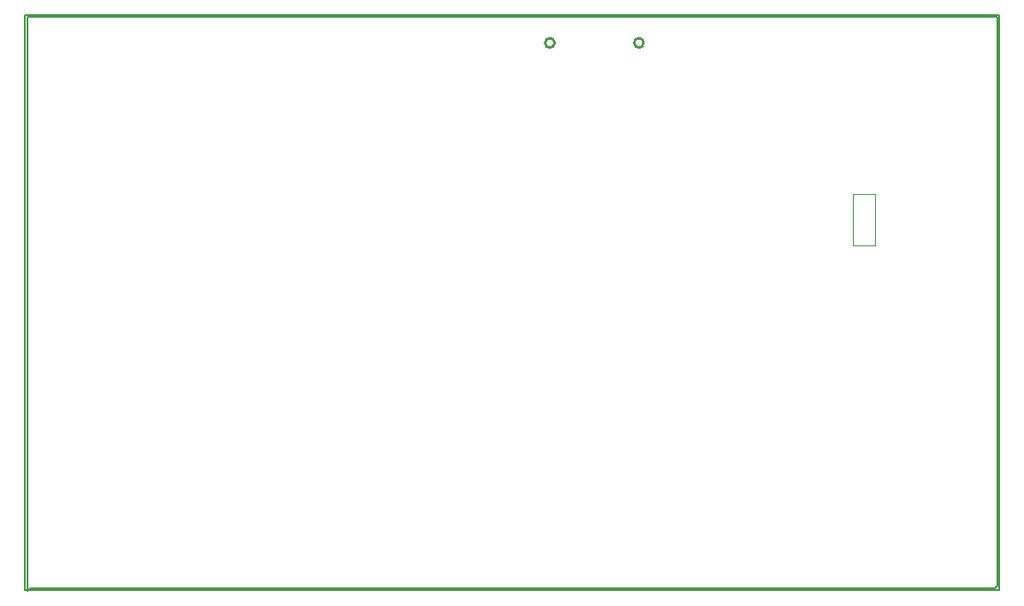
<source format=gko>
%FSLAX25Y25*%
%MOIN*%
G70*
G01*
G75*
G04 Layer_Color=16711935*
%ADD10C,0.02000*%
%ADD11R,0.07874X0.07874*%
%ADD12R,0.03347X0.02756*%
%ADD13R,0.02756X0.08268*%
%ADD14R,0.02559X0.04843*%
%ADD15R,0.19685X0.05118*%
%ADD16R,0.04724X0.09843*%
%ADD17R,0.09843X0.05906*%
%ADD18O,0.01378X0.06890*%
%ADD19R,0.01378X0.01181*%
%ADD20R,0.01378X0.00984*%
%ADD21R,0.01181X0.01181*%
%ADD22O,0.04724X0.00984*%
%ADD23R,0.04724X0.01772*%
%ADD24O,0.04724X0.01772*%
%ADD25O,0.00984X0.04724*%
%ADD26O,0.01772X0.04724*%
%ADD27R,0.07480X0.05512*%
%ADD28R,0.05315X0.01654*%
%ADD29R,0.03937X0.03150*%
%ADD30R,0.03150X0.03937*%
%ADD31R,0.09843X0.11811*%
%ADD32O,0.07087X0.02362*%
%ADD33O,0.02362X0.07087*%
%ADD34O,0.03543X0.01969*%
%ADD35R,0.03543X0.01969*%
%ADD36O,0.03543X0.01969*%
%ADD37R,0.01575X0.03347*%
%ADD38R,0.03937X0.02362*%
%ADD39R,0.02756X0.03347*%
G04:AMPARAMS|DCode=40|XSize=35.43mil|YSize=157.48mil|CornerRadius=1.77mil|HoleSize=0mil|Usage=FLASHONLY|Rotation=0.000|XOffset=0mil|YOffset=0mil|HoleType=Round|Shape=RoundedRectangle|*
%AMROUNDEDRECTD40*
21,1,0.03543,0.15394,0,0,0.0*
21,1,0.03189,0.15748,0,0,0.0*
1,1,0.00354,0.01595,-0.07697*
1,1,0.00354,-0.01595,-0.07697*
1,1,0.00354,-0.01595,0.07697*
1,1,0.00354,0.01595,0.07697*
%
%ADD40ROUNDEDRECTD40*%
%ADD41R,0.05906X0.03937*%
%ADD42R,0.05118X0.19685*%
%ADD43R,0.03937X0.05906*%
%ADD44C,0.04000*%
%ADD45C,0.01000*%
%ADD46C,0.01500*%
%ADD47C,0.00800*%
%ADD48C,0.03000*%
%ADD49C,0.07000*%
%ADD50R,0.16830X0.03653*%
%ADD51C,0.00500*%
%ADD52C,0.05906*%
%ADD53R,0.05906X0.05906*%
%ADD54C,0.11811*%
%ADD55O,0.07874X0.15748*%
%ADD56C,0.03228*%
%ADD57R,0.05906X0.05906*%
%ADD58C,0.07874*%
%ADD59R,0.07874X0.07874*%
%ADD60O,0.11811X0.07874*%
%ADD61R,0.11811X0.07874*%
G04:AMPARAMS|DCode=62|XSize=51.18mil|YSize=173.23mil|CornerRadius=2.56mil|HoleSize=0mil|Usage=FLASHONLY|Rotation=0.000|XOffset=0mil|YOffset=0mil|HoleType=Round|Shape=RoundedRectangle|*
%AMROUNDEDRECTD62*
21,1,0.05118,0.16811,0,0,0.0*
21,1,0.04606,0.17323,0,0,0.0*
1,1,0.00512,0.02303,-0.08406*
1,1,0.00512,-0.02303,-0.08406*
1,1,0.00512,-0.02303,0.08406*
1,1,0.00512,0.02303,0.08406*
%
%ADD62ROUNDEDRECTD62*%
%ADD63C,0.03000*%
%ADD64C,0.04000*%
%ADD65C,0.02000*%
%ADD66C,0.06000*%
%ADD67R,0.03937X0.07087*%
%ADD68R,0.11811X0.08661*%
%ADD69C,0.00984*%
%ADD70C,0.02362*%
%ADD71C,0.00787*%
%ADD72C,0.00300*%
%ADD73C,0.00400*%
%ADD74C,0.00493*%
%ADD75C,0.00700*%
%ADD76R,0.08674X0.08674*%
%ADD77R,0.04147X0.03556*%
%ADD78R,0.03556X0.09068*%
%ADD79R,0.03359X0.05643*%
%ADD80R,0.20485X0.05918*%
%ADD81R,0.05524X0.10642*%
%ADD82R,0.10642X0.06706*%
%ADD83O,0.02178X0.07690*%
%ADD84R,0.02178X0.01981*%
%ADD85R,0.02178X0.01784*%
%ADD86R,0.01981X0.01981*%
%ADD87O,0.05524X0.01784*%
%ADD88R,0.05524X0.02572*%
%ADD89O,0.05524X0.02572*%
%ADD90O,0.01784X0.05524*%
%ADD91O,0.02572X0.05524*%
%ADD92R,0.08280X0.06312*%
%ADD93R,0.06115X0.02454*%
%ADD94R,0.04737X0.03950*%
%ADD95R,0.03950X0.04737*%
%ADD96R,0.10642X0.12611*%
%ADD97O,0.07887X0.03162*%
%ADD98O,0.03162X0.07887*%
%ADD99O,0.04343X0.02769*%
%ADD100R,0.04343X0.02769*%
%ADD101O,0.04343X0.02769*%
%ADD102R,0.02375X0.04147*%
%ADD103R,0.04737X0.03162*%
%ADD104R,0.03556X0.04147*%
G04:AMPARAMS|DCode=105|XSize=39.37mil|YSize=161.42mil|CornerRadius=1.97mil|HoleSize=0mil|Usage=FLASHONLY|Rotation=0.000|XOffset=0mil|YOffset=0mil|HoleType=Round|Shape=RoundedRectangle|*
%AMROUNDEDRECTD105*
21,1,0.03937,0.15748,0,0,0.0*
21,1,0.03543,0.16142,0,0,0.0*
1,1,0.00394,0.01772,-0.07874*
1,1,0.00394,-0.01772,-0.07874*
1,1,0.00394,-0.01772,0.07874*
1,1,0.00394,0.01772,0.07874*
%
%ADD105ROUNDEDRECTD105*%
%ADD106R,0.06706X0.04737*%
%ADD107R,0.05918X0.20485*%
%ADD108R,0.04737X0.06706*%
%ADD109C,0.06706*%
%ADD110R,0.06706X0.06706*%
%ADD111C,0.12611*%
%ADD112O,0.08674X0.16548*%
%ADD113C,0.04028*%
%ADD114R,0.06706X0.06706*%
%ADD115C,0.08674*%
%ADD116R,0.08674X0.08674*%
%ADD117O,0.12611X0.08674*%
%ADD118R,0.12611X0.08674*%
G04:AMPARAMS|DCode=119|XSize=55.12mil|YSize=177.16mil|CornerRadius=2.76mil|HoleSize=0mil|Usage=FLASHONLY|Rotation=0.000|XOffset=0mil|YOffset=0mil|HoleType=Round|Shape=RoundedRectangle|*
%AMROUNDEDRECTD119*
21,1,0.05512,0.17165,0,0,0.0*
21,1,0.04961,0.17716,0,0,0.0*
1,1,0.00551,0.02480,-0.08583*
1,1,0.00551,-0.02480,-0.08583*
1,1,0.00551,-0.02480,0.08583*
1,1,0.00551,0.02480,0.08583*
%
%ADD119ROUNDEDRECTD119*%
%ADD120R,0.04737X0.07887*%
%ADD121R,0.12611X0.09461*%
%ADD122R,0.11811X0.01575*%
D45*
X193037Y6781D02*
G03*
X193037Y6781I-1772J0D01*
G01*
X159572D02*
G03*
X159572Y6781I-1772J0D01*
G01*
D51*
X-38600Y16600D02*
X326100D01*
Y-197500D02*
Y16600D01*
X325200Y-198400D02*
X326100Y-197500D01*
X-37600Y-198400D02*
X325200D01*
X-38600Y-199400D02*
X-37600Y-198400D01*
X-38600Y-199400D02*
Y16600D01*
X-39500Y-199135D02*
Y17400D01*
Y-199135D02*
X326642D01*
Y17400D01*
X-39500D02*
X326642D01*
D73*
X271659Y-69455D02*
Y-49967D01*
Y-69455D02*
X279927D01*
Y-49967D01*
X271659D02*
X279927D01*
M02*

</source>
